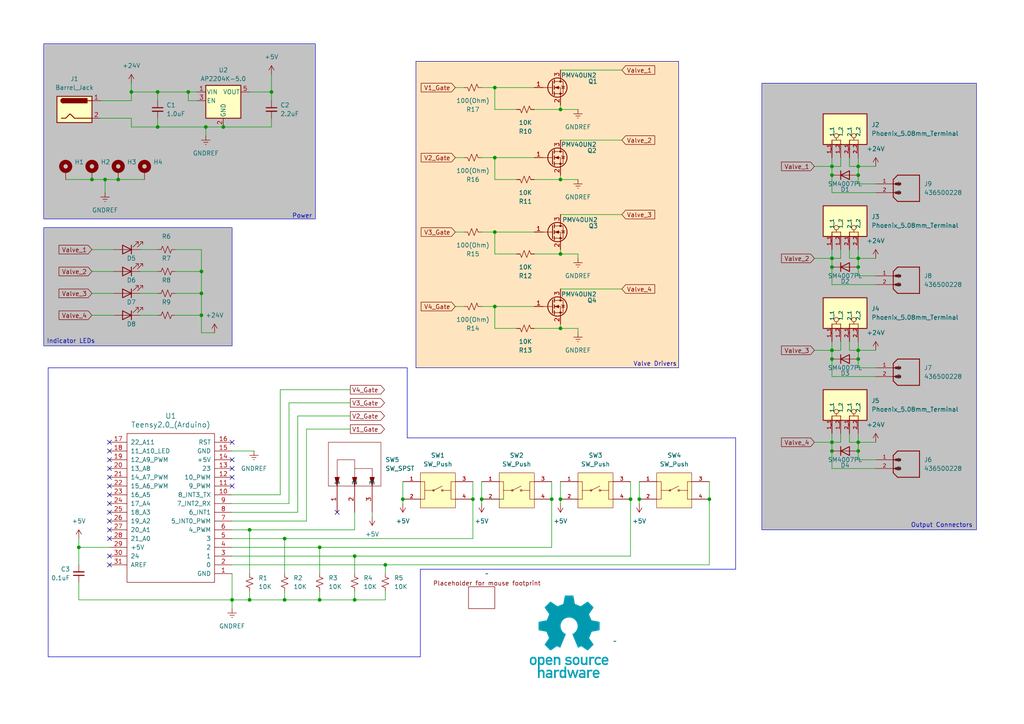
<source format=kicad_sch>
(kicad_sch (version 20231120) (generator "eeschema") (generator_version "8.0")
  (paper "A4")
  (title_block (title "Dewan Lab Valve Tester") (date "2024-07-08") (rev "v1.1a") (company "Austin Pauley, Florida State University"))
  (lib_symbols
    (symbol "Connector:Barrel_Jack" (pin_names (offset 1.016))
      (property "Reference" "J" (at 0 5.334 0))
      (property "Value" "Barrel_Jack" (at 0 -5.08 0))
      (symbol "Barrel_Jack_1_1"
        (pin passive line (at 7.62 2.54 180) (length 2.54) (name "~") (number "1"))
        (pin passive line (at 7.62 -2.54 180) (length 2.54) (name "~") (number "2"))
      )
    )
    (symbol "Device:C_Small" (pin_numbers hide) (pin_names (offset 0.254) hide)
      (property "Reference" "C" (at 0.254 1.778 0))
      (property "Value" "C_Small" (at 0.254 -2.032 0))
      (symbol "C_Small_1_1"
        (pin passive line (at 0 2.54 270) (length 2.032) (name "~") (number "1"))
        (pin passive line (at 0 -2.54 90) (length 2.032) (name "~") (number "2"))
      )
    )
    (symbol "Device:LED" (pin_numbers hide) (pin_names (offset 1.016) hide)
      (property "Reference" "D" (at 0 2.54 0))
      (property "Value" "LED" (at 0 -2.54 0))
      (symbol "LED_1_1"
        (pin passive line (at -3.81 0 0) (length 2.54) (name "K") (number "1"))
        (pin passive line (at 3.81 0 180) (length 2.54) (name "A") (number "2"))
      )
    )
    (symbol "Device:R_Small_US" (pin_numbers hide) (pin_names (offset 0.254) hide)
      (property "Reference" "R" (at 0.762 0.508 0))
      (property "Value" "R_Small_US" (at 0.762 -1.016 0))
      (symbol "R_Small_US_1_1"
        (pin passive line (at 0 2.54 270) (length 1.016) (name "~") (number "1"))
        (pin passive line (at 0 -2.54 90) (length 1.016) (name "~") (number "2"))
      )
    )
    (symbol "Diode:1N4007" (pin_numbers hide) (pin_names hide)
      (property "Reference" "D" (at 0 2.54 0))
      (property "Value" "1N4007" (at 0 -2.54 0))
      (symbol "1N4007_1_1"
        (pin passive line (at -3.81 0 0) (length 2.54) (name "K") (number "1"))
        (pin passive line (at 3.81 0 180) (length 2.54) (name "A") (number "2"))
      )
    )
    (symbol "GNDREF_1" (power) (pin_numbers hide) (pin_names (offset 0) hide)
      (property "Value" "GNDREF" (at 0 -3.81 0))
      (symbol "GNDREF_1_1_1"
        (pin power_in line (at 0 0 270) (length 0) (name "~") (number "1"))
      )
    )
    (symbol "Mechanical:MountingHole_Pad" (pin_numbers hide) (pin_names (offset 1.016) hide) (exclude_from_sim yes) (in_bom no)
      (property "Reference" "H" (at 0 6.35 0))
      (property "Value" "MountingHole_Pad" (at 0 4.445 0))
      (symbol "MountingHole_Pad_1_1"
        (pin input line (at 0 -2.54 90) (length 2.54) (name "1") (number "1"))
      )
    )
    (symbol "Project_libary:1017503" (pin_names (offset 1.016))
      (property "Reference" "J" (at -2.54 6.35 0))
      (property "Value" "Phoenix_5.08mm_Terminal" (at -2.54 -10.16 0))
      (symbol "1017503_0_0"
        (pin passive line (at -7.62 2.54 0) (length 5.08) (name "1_1") (number "1_1"))
        (pin passive line (at -7.62 0 0) (length 5.08) (name "1_2") (number "1_2"))
        (pin passive line (at -7.62 -2.54 0) (length 5.08) (name "2_1") (number "2_1"))
        (pin passive line (at -7.62 -5.08 0) (length 5.08) (name "2_2") (number "2_2"))
      )
    )
    (symbol "Project_libary:1825910-6" (pin_names (offset 1.016))
      (property "Reference" "SW" (at -5.0897 5.8532 0))
      (property "Value" "1825910-6" (at -5.0883 -7.6325 0))
      (symbol "1825910-6_0_0"
        (pin passive line (at -10.16 2.54 0) (length 5.08) (name "~") (number "1"))
        (pin passive line (at -10.16 -2.54 0) (length 5.08) (name "~") (number "2"))
        (pin passive line (at 10.16 2.54 180) (length 5.08) (name "~") (number "3"))
        (pin passive line (at 10.16 -2.54 180) (length 5.08) (name "~") (number "4"))
      )
    )
    (symbol "Project_libary:436500228" (pin_names (offset 1.016))
      (property "Reference" "J" (at 0 3.81 0))
      (property "Value" "436500228" (at 0 -7.62 0))
      (symbol "436500228_0_0"
        (pin passive line (at -5.08 0 0) (length 5.08) (name "1") (number "1"))
        (pin passive line (at -5.08 -2.54 0) (length 5.08) (name "2") (number "2"))
      )
    )
    (symbol "Project_libary:Mouse" (in_bom no)
      (property "Reference" "Mouse" (at 0 0 0))
      (symbol "Mouse_1_1"
        (text "Placeholder for mouse footprint" (at 1.524 2.286 0) (effects (font (size 1.27 1.27))))
      )
    )
    (symbol "Project_libary:OSHW_Logo"
      (property "Reference" "U" (at -5.588 4.064 0))
    )
    (symbol "Project_libary:PMV40UN2" (pin_names hide)
      (property "Reference" "Q" (at 5.08 1.905 0))
      (property "Value" "PMV40UN2" (at 5.08 0 0))
      (symbol "PMV40UN2_1_1"
        (pin input line (at -5.08 0 0) (length 2.54) (name "Gate") (number "1"))
        (pin passive line (at 2.54 -5.08 90) (length 2.54) (name "Source") (number "2"))
        (pin passive line (at 2.54 5.08 270) (length 2.54) (name "Drain") (number "3"))
      )
    )
    (symbol "Project_libary:SS12D07VG4NSGAPA" (pin_names (offset 0.254))
      (property "Reference" "SW" (at 15.24 7.62 0))
      (property "Value" "SS12D07VG4NSGAPA" (at 20.32 5.08 0))
      (symbol "SS12D07VG4NSGAPA_0_1"
        (pin unspecified line (at 0 0 0) (length 7.62) (name "1") (number "1"))
        (pin unspecified line (at 0 -5.08 0) (length 7.62) (name "2") (number "2"))
        (pin unspecified line (at 0 -10.16 0) (length 7.62) (name "3") (number "3"))
      )
    )
    (symbol "Regulator_Linear:AP2204K-5.0" (pin_names (offset 0.254))
      (property "Reference" "U" (at -5.08 5.715 0))
      (property "Value" "AP2204K-5.0" (at 0 5.715 0))
      (symbol "AP2204K-5.0_1_1"
        (pin power_in line (at -7.62 2.54 0) (length 2.54) (name "VIN") (number "1"))
        (pin power_in line (at 0 -7.62 90) (length 2.54) (name "GND") (number "2"))
        (pin input line (at -7.62 0 0) (length 2.54) (name "EN") (number "3"))
        (pin no_connect line (at 5.08 0 180) (length 2.54) hide (name "NC") (number "4"))
        (pin power_out line (at 7.62 2.54 180) (length 2.54) (name "VOUT") (number "5"))
      )
    )
    (symbol "Teensy:Teensy2.0_(Arduino)" (pin_names (offset 1.016))
      (property "Reference" "U" (at 0 24.13 0))
      (property "Value" "Teensy2.0_(Arduino)" (at 0 -24.13 0))
      (symbol "Teensy2.0_(Arduino)_1_1"
        (pin power_in line (at -17.78 19.05 0) (length 5.08) (name "GND") (number "1"))
        (pin bidirectional line (at -17.78 -3.81 0) (length 5.08) (name "8_INT3_TX") (number "10"))
        (pin bidirectional line (at -17.78 -6.35 0) (length 5.08) (name "9_PWM") (number "11"))
        (pin bidirectional line (at -17.78 -8.89 0) (length 5.08) (name "10_PWM") (number "12"))
        (pin bidirectional line (at -17.78 -11.43 0) (length 5.08) (name "23") (number "13"))
        (pin power_in line (at -17.78 -13.97 0) (length 5.08) (name "+5V") (number "14"))
        (pin power_in line (at -17.78 -16.51 0) (length 5.08) (name "GND") (number "15"))
        (pin input line (at -17.78 -19.05 0) (length 5.08) (name "RST") (number "16"))
        (pin bidirectional line (at 17.78 -19.05 180) (length 5.08) (name "22_A11") (number "17"))
        (pin bidirectional line (at 17.78 -16.51 180) (length 5.08) (name "11_A10_LED") (number "18"))
        (pin bidirectional line (at 17.78 -13.97 180) (length 5.08) (name "12_A9_PWM") (number "19"))
        (pin bidirectional line (at -17.78 16.51 0) (length 5.08) (name "0") (number "2"))
        (pin bidirectional line (at 17.78 -11.43 180) (length 5.08) (name "13_A8") (number "20"))
        (pin bidirectional line (at 17.78 -8.89 180) (length 5.08) (name "14_A7_PWM") (number "21"))
        (pin bidirectional line (at 17.78 -6.35 180) (length 5.08) (name "15_A6_PWM") (number "22"))
        (pin bidirectional line (at 17.78 -3.81 180) (length 5.08) (name "16_A5") (number "23"))
        (pin bidirectional line (at 17.78 -1.27 180) (length 5.08) (name "17_A4") (number "24"))
        (pin bidirectional line (at 17.78 1.27 180) (length 5.08) (name "18_A3") (number "25"))
        (pin bidirectional line (at 17.78 3.81 180) (length 5.08) (name "19_A2") (number "26"))
        (pin bidirectional line (at 17.78 6.35 180) (length 5.08) (name "20_A1") (number "27"))
        (pin bidirectional line (at 17.78 8.89 180) (length 5.08) (name "21_A0") (number "28"))
        (pin power_in line (at 17.78 11.43 180) (length 5.08) (name "+5V") (number "29"))
        (pin bidirectional line (at -17.78 13.97 0) (length 5.08) (name "1") (number "3"))
        (pin bidirectional line (at 17.78 13.97 180) (length 5.08) (name "24") (number "30"))
        (pin input line (at 17.78 16.51 180) (length 5.08) (name "AREF") (number "31"))
        (pin bidirectional line (at -17.78 11.43 0) (length 5.08) (name "2") (number "4"))
        (pin bidirectional line (at -17.78 8.89 0) (length 5.08) (name "3") (number "5"))
        (pin bidirectional line (at -17.78 6.35 0) (length 5.08) (name "4_PWM") (number "6"))
        (pin bidirectional line (at -17.78 3.81 0) (length 5.08) (name "5_INT0_PWM") (number "7"))
        (pin bidirectional line (at -17.78 1.27 0) (length 5.08) (name "6_INT1") (number "8"))
        (pin bidirectional line (at -17.78 -1.27 0) (length 5.08) (name "7_INT2_RX") (number "9"))
      )
    )
    (symbol "power:+24V" (power) (pin_names (offset 0))
      (property "Value" "+24V" (at 0 3.556 0))
      (symbol "+24V_1_1"
        (pin power_in line (at 0 0 90) (length 0) hide (name "+24V") (number "1"))
      )
    )
    (symbol "power:+5V" (power) (pin_names (offset 0))
      (property "Value" "+5V" (at 0 3.556 0))
      (symbol "+5V_1_1"
        (pin power_in line (at 0 0 90) (length 0) hide (name "+5V") (number "1"))
      )
    )
    (symbol "power:GNDREF" (power) (pin_names (offset 0))
      (property "Value" "GNDREF" (at 0 -3.81 0))
      (symbol "GNDREF_1_1"
        (pin power_in line (at 0 0 270) (length 0) hide (name "GNDREF") (number "1"))
      )
    )
  )
  (junction (at 143.51 45.72))
  (junction (at 241.3 128.27))
  (junction (at 162.56 73.66))
  (junction (at 137.16 144.78))
  (junction (at 78.74 26.67))
  (junction (at 241.3 77.47))
  (junction (at 143.51 67.31))
  (junction (at 92.71 158.75))
  (junction (at 241.3 101.6))
  (junction (at 30.48 52.07))
  (junction (at 162.56 144.78))
  (junction (at 58.42 85.09))
  (junction (at 248.92 104.14))
  (junction (at 162.56 31.75))
  (junction (at 72.39 173.99))
  (junction (at 182.88 144.78))
  (junction (at 162.56 52.07))
  (junction (at 67.31 173.99))
  (junction (at 248.92 50.8))
  (junction (at 143.51 25.4))
  (junction (at 82.55 156.21))
  (junction (at 241.3 50.8))
  (junction (at 45.72 36.83))
  (junction (at 22.86 158.75))
  (junction (at 72.39 153.67))
  (junction (at 241.3 130.81))
  (junction (at 38.1 26.67))
  (junction (at 58.42 91.44))
  (junction (at 116.84 144.78))
  (junction (at 205.74 144.78))
  (junction (at 139.7 144.78))
  (junction (at 248.92 128.27))
  (junction (at 92.71 173.99))
  (junction (at 111.76 163.83))
  (junction (at 82.55 173.99))
  (junction (at 160.02 144.78))
  (junction (at 102.87 161.29))
  (junction (at 58.42 78.74))
  (junction (at 248.92 77.47))
  (junction (at 185.42 144.78))
  (junction (at 162.56 95.25))
  (junction (at 248.92 130.81))
  (junction (at 64.77 36.83))
  (junction (at 143.51 88.9))
  (junction (at 34.29 52.07))
  (junction (at 45.72 26.67))
  (junction (at 59.69 36.83))
  (junction (at 241.3 48.26))
  (junction (at 54.61 26.67))
  (junction (at 241.3 104.14))
  (junction (at 241.3 74.93))
  (junction (at 248.92 74.93))
  (junction (at 248.92 101.6))
  (junction (at 26.67 52.07))
  (junction (at 248.92 48.26))
  (junction (at 102.87 173.99))
  (no_connect (at 31.75 148.59))
  (no_connect (at 67.31 140.97))
  (no_connect (at 31.75 146.05))
  (no_connect (at 31.75 128.27))
  (no_connect (at 67.31 128.27))
  (no_connect (at 31.75 153.67))
  (no_connect (at 31.75 163.83))
  (no_connect (at 31.75 143.51))
  (no_connect (at 31.75 156.21))
  (no_connect (at 67.31 135.89))
  (no_connect (at 31.75 135.89))
  (no_connect (at 97.79 148.59))
  (no_connect (at 67.31 138.43))
  (no_connect (at 67.31 133.35))
  (no_connect (at 31.75 130.81))
  (no_connect (at 31.75 161.29))
  (no_connect (at 31.75 140.97))
  (no_connect (at 31.75 133.35))
  (no_connect (at 31.75 151.13))
  (no_connect (at 31.75 138.43))
  (wire (pts (xy 22.86 156.21) (xy 22.86 158.75)))
  (polyline (pts (xy 13.97 177.8) (xy 13.97 190.5)))
  (wire (pts (xy 82.55 156.21) (xy 82.55 166.37)))
  (wire (pts (xy 67.31 161.29) (xy 102.87 161.29)))
  (wire (pts (xy 102.87 171.45) (xy 102.87 173.99)))
  (wire (pts (xy 143.51 45.72) (xy 143.51 52.07)))
  (wire (pts (xy 236.22 74.93) (xy 241.3 74.93)))
  (wire (pts (xy 58.42 85.09) (xy 58.42 91.44)))
  (wire (pts (xy 241.3 130.81) (xy 241.3 135.89)))
  (wire (pts (xy 248.92 101.6) (xy 246.38 101.6)))
  (wire (pts (xy 132.08 88.9) (xy 134.62 88.9)))
  (wire (pts (xy 139.7 45.72) (xy 143.51 45.72)))
  (wire (pts (xy 167.64 73.66) (xy 167.64 74.93)))
  (wire (pts (xy 160.02 144.78) (xy 160.02 158.75)))
  (wire (pts (xy 58.42 91.44) (xy 58.42 96.52)))
  (wire (pts (xy 57.15 29.21) (xy 54.61 29.21)))
  (wire (pts (xy 143.51 88.9) (xy 154.94 88.9)))
  (wire (pts (xy 162.56 83.82) (xy 180.34 83.82)))
  (wire (pts (xy 54.61 26.67) (xy 57.15 26.67)))
  (wire (pts (xy 59.69 39.37) (xy 59.69 36.83)))
  (wire (pts (xy 38.1 26.67) (xy 45.72 26.67)))
  (wire (pts (xy 132.08 25.4) (xy 134.62 25.4)))
  (wire (pts (xy 241.3 55.88) (xy 254 55.88)))
  (wire (pts (xy 162.56 62.23) (xy 180.34 62.23)))
  (wire (pts (xy 162.56 31.75) (xy 162.56 30.48)))
  (wire (pts (xy 92.71 158.75) (xy 92.71 166.37)))
  (wire (pts (xy 72.39 153.67) (xy 102.87 153.67)))
  (wire (pts (xy 50.8 78.74) (xy 58.42 78.74)))
  (wire (pts (xy 67.31 143.51) (xy 81.28 143.51)))
  (wire (pts (xy 102.87 161.29) (xy 102.87 166.37)))
  (wire (pts (xy 162.56 50.8) (xy 162.56 52.07)))
  (wire (pts (xy 236.22 101.6) (xy 241.3 101.6)))
  (wire (pts (xy 29.21 29.21) (xy 38.1 29.21)))
  (wire (pts (xy 248.92 74.93) (xy 254 74.93)))
  (wire (pts (xy 58.42 72.39) (xy 58.42 78.74)))
  (wire (pts (xy 185.42 139.7) (xy 185.42 144.78)))
  (wire (pts (xy 154.94 73.66) (xy 162.56 73.66)))
  (wire (pts (xy 38.1 29.21) (xy 38.1 26.67)))
  (wire (pts (xy 143.51 67.31) (xy 154.94 67.31)))
  (wire (pts (xy 236.22 128.27) (xy 241.3 128.27)))
  (wire (pts (xy 241.3 45.72) (xy 241.3 48.26)))
  (wire (pts (xy 241.3 99.06) (xy 241.3 101.6)))
  (wire (pts (xy 248.92 50.8) (xy 248.92 53.34)))
  (wire (pts (xy 182.88 161.29) (xy 182.88 144.78)))
  (wire (pts (xy 30.48 52.07) (xy 34.29 52.07)))
  (wire (pts (xy 241.3 48.26) (xy 241.3 50.8)))
  (wire (pts (xy 29.21 34.29) (xy 38.1 34.29)))
  (wire (pts (xy 67.31 153.67) (xy 72.39 153.67)))
  (wire (pts (xy 248.92 101.6) (xy 254 101.6)))
  (wire (pts (xy 248.92 74.93) (xy 246.38 74.93)))
  (wire (pts (xy 67.31 158.75) (xy 92.71 158.75)))
  (wire (pts (xy 143.51 31.75) (xy 149.86 31.75)))
  (wire (pts (xy 107.95 148.59) (xy 107.95 149.86)))
  (wire (pts (xy 50.8 91.44) (xy 58.42 91.44)))
  (wire (pts (xy 139.7 67.31) (xy 143.51 67.31)))
  (wire (pts (xy 162.56 144.78) (xy 162.56 146.05)))
  (wire (pts (xy 243.84 101.6) (xy 241.3 101.6)))
  (polyline (pts (xy 118.11 127) (xy 213.36 127)))
  (wire (pts (xy 45.72 29.21) (xy 45.72 26.67)))
  (wire (pts (xy 67.31 166.37) (xy 67.31 173.99)))
  (wire (pts (xy 248.92 45.72) (xy 248.92 48.26)))
  (wire (pts (xy 26.67 91.44) (xy 33.02 91.44)))
  (wire (pts (xy 45.72 26.67) (xy 54.61 26.67)))
  (wire (pts (xy 82.55 156.21) (xy 137.16 156.21)))
  (polyline (pts (xy 213.36 165.1) (xy 121.92 165.1)))
  (wire (pts (xy 241.3 77.47) (xy 241.3 82.55)))
  (wire (pts (xy 22.86 173.99) (xy 67.31 173.99)))
  (wire (pts (xy 40.64 72.39) (xy 45.72 72.39)))
  (wire (pts (xy 248.92 80.01) (xy 254 80.01)))
  (wire (pts (xy 116.84 144.78) (xy 116.84 146.05)))
  (wire (pts (xy 248.92 48.26) (xy 246.38 48.26)))
  (wire (pts (xy 248.92 128.27) (xy 248.92 130.81)))
  (wire (pts (xy 45.72 36.83) (xy 38.1 36.83)))
  (wire (pts (xy 160.02 139.7) (xy 160.02 144.78)))
  (wire (pts (xy 81.28 143.51) (xy 81.28 113.03)))
  (wire (pts (xy 26.67 85.09) (xy 33.02 85.09)))
  (wire (pts (xy 67.31 173.99) (xy 67.31 176.53)))
  (wire (pts (xy 83.82 116.84) (xy 83.82 146.05)))
  (wire (pts (xy 154.94 31.75) (xy 162.56 31.75)))
  (wire (pts (xy 22.86 163.83) (xy 22.86 158.75)))
  (wire (pts (xy 241.3 82.55) (xy 254 82.55)))
  (wire (pts (xy 205.74 139.7) (xy 205.74 144.78)))
  (wire (pts (xy 64.77 36.83) (xy 59.69 36.83)))
  (wire (pts (xy 67.31 148.59) (xy 86.36 148.59)))
  (wire (pts (xy 243.84 72.39) (xy 243.84 74.93)))
  (wire (pts (xy 139.7 25.4) (xy 143.51 25.4)))
  (wire (pts (xy 241.3 74.93) (xy 241.3 77.47)))
  (wire (pts (xy 243.84 99.06) (xy 243.84 101.6)))
  (wire (pts (xy 162.56 40.64) (xy 180.34 40.64)))
  (wire (pts (xy 241.3 135.89) (xy 254 135.89)))
  (wire (pts (xy 26.67 52.07) (xy 30.48 52.07)))
  (wire (pts (xy 139.7 139.7) (xy 139.7 144.78)))
  (wire (pts (xy 243.84 128.27) (xy 241.3 128.27)))
  (wire (pts (xy 92.71 171.45) (xy 92.71 173.99)))
  (wire (pts (xy 22.86 168.91) (xy 22.86 173.99)))
  (wire (pts (xy 139.7 88.9) (xy 143.51 88.9)))
  (wire (pts (xy 246.38 72.39) (xy 246.38 74.93)))
  (wire (pts (xy 139.7 144.78) (xy 139.7 146.05)))
  (wire (pts (xy 248.92 106.68) (xy 254 106.68)))
  (wire (pts (xy 88.9 151.13) (xy 88.9 124.46)))
  (wire (pts (xy 45.72 34.29) (xy 45.72 36.83)))
  (wire (pts (xy 167.64 73.66) (xy 162.56 73.66)))
  (wire (pts (xy 40.64 91.44) (xy 45.72 91.44)))
  (wire (pts (xy 248.92 74.93) (xy 248.92 77.47)))
  (wire (pts (xy 248.92 130.81) (xy 248.92 133.35)))
  (wire (pts (xy 167.64 95.25) (xy 162.56 95.25)))
  (wire (pts (xy 92.71 158.75) (xy 160.02 158.75)))
  (wire (pts (xy 162.56 139.7) (xy 162.56 144.78)))
  (wire (pts (xy 243.84 48.26) (xy 241.3 48.26)))
  (wire (pts (xy 154.94 52.07) (xy 162.56 52.07)))
  (wire (pts (xy 102.87 148.59) (xy 102.87 153.67)))
  (wire (pts (xy 241.3 104.14) (xy 241.3 109.22)))
  (wire (pts (xy 78.74 29.21) (xy 78.74 26.67)))
  (polyline (pts (xy 118.11 106.68) (xy 118.11 127)))
  (wire (pts (xy 78.74 21.59) (xy 78.74 26.67)))
  (wire (pts (xy 132.08 67.31) (xy 134.62 67.31)))
  (wire (pts (xy 50.8 85.09) (xy 58.42 85.09)))
  (wire (pts (xy 86.36 148.59) (xy 86.36 120.65)))
  (wire (pts (xy 86.36 120.65) (xy 101.6 120.65)))
  (wire (pts (xy 50.8 72.39) (xy 58.42 72.39)))
  (wire (pts (xy 143.51 25.4) (xy 154.94 25.4)))
  (wire (pts (xy 248.92 128.27) (xy 254 128.27)))
  (wire (pts (xy 241.3 50.8) (xy 241.3 55.88)))
  (wire (pts (xy 72.39 153.67) (xy 72.39 166.37)))
  (wire (pts (xy 139.7 144.78) (xy 146.05 144.78)))
  (wire (pts (xy 34.29 52.07) (xy 41.91 52.07)))
  (wire (pts (xy 241.3 125.73) (xy 241.3 128.27)))
  (wire (pts (xy 137.16 139.7) (xy 137.16 144.78)))
  (wire (pts (xy 58.42 96.52) (xy 62.23 96.52)))
  (polyline (pts (xy 13.97 177.8) (xy 13.97 106.68)))
  (wire (pts (xy 143.51 25.4) (xy 143.51 31.75)))
  (wire (pts (xy 38.1 24.13) (xy 38.1 26.67)))
  (wire (pts (xy 246.38 125.73) (xy 246.38 128.27)))
  (wire (pts (xy 38.1 36.83) (xy 38.1 34.29)))
  (wire (pts (xy 78.74 26.67) (xy 72.39 26.67)))
  (wire (pts (xy 67.31 156.21) (xy 82.55 156.21)))
  (wire (pts (xy 88.9 124.46) (xy 101.6 124.46)))
  (wire (pts (xy 167.64 95.25) (xy 167.64 96.52)))
  (wire (pts (xy 102.87 161.29) (xy 182.88 161.29)))
  (wire (pts (xy 248.92 125.73) (xy 248.92 128.27)))
  (wire (pts (xy 54.61 29.21) (xy 54.61 26.67)))
  (wire (pts (xy 67.31 163.83) (xy 111.76 163.83)))
  (wire (pts (xy 162.56 95.25) (xy 162.56 93.98)))
  (wire (pts (xy 82.55 173.99) (xy 92.71 173.99)))
  (wire (pts (xy 167.64 31.75) (xy 162.56 31.75)))
  (wire (pts (xy 111.76 171.45) (xy 111.76 173.99)))
  (wire (pts (xy 143.51 67.31) (xy 143.51 73.66)))
  (polyline (pts (xy 13.97 106.68) (xy 118.11 106.68)))
  (wire (pts (xy 72.39 173.99) (xy 82.55 173.99)))
  (wire (pts (xy 241.3 72.39) (xy 241.3 74.93)))
  (wire (pts (xy 67.31 130.81) (xy 73.66 130.81)))
  (wire (pts (xy 67.31 146.05) (xy 83.82 146.05)))
  (wire (pts (xy 248.92 128.27) (xy 246.38 128.27)))
  (wire (pts (xy 182.88 139.7) (xy 182.88 144.78)))
  (wire (pts (xy 246.38 45.72) (xy 246.38 48.26)))
  (wire (pts (xy 72.39 171.45) (xy 72.39 173.99)))
  (wire (pts (xy 185.42 144.78) (xy 185.42 146.05)))
  (wire (pts (xy 58.42 78.74) (xy 58.42 85.09)))
  (wire (pts (xy 78.74 36.83) (xy 64.77 36.83)))
  (wire (pts (xy 102.87 173.99) (xy 111.76 173.99)))
  (wire (pts (xy 162.56 73.66) (xy 162.56 72.39)))
  (wire (pts (xy 67.31 173.99) (xy 72.39 173.99)))
  (wire (pts (xy 143.51 73.66) (xy 149.86 73.66)))
  (wire (pts (xy 137.16 156.21) (xy 137.16 144.78)))
  (wire (pts (xy 248.92 48.26) (xy 248.92 50.8)))
  (wire (pts (xy 167.64 52.07) (xy 162.56 52.07)))
  (wire (pts (xy 81.28 113.03) (xy 101.6 113.03)))
  (wire (pts (xy 67.31 151.13) (xy 88.9 151.13)))
  (wire (pts (xy 243.84 125.73) (xy 243.84 128.27)))
  (polyline (pts (xy 121.92 190.5) (xy 13.97 190.5)))
  (wire (pts (xy 248.92 104.14) (xy 248.92 106.68)))
  (wire (pts (xy 83.82 116.84) (xy 101.6 116.84)))
  (wire (pts (xy 248.92 133.35) (xy 254 133.35)))
  (wire (pts (xy 59.69 36.83) (xy 45.72 36.83)))
  (wire (pts (xy 243.84 74.93) (xy 241.3 74.93)))
  (wire (pts (xy 30.48 52.07) (xy 30.48 55.88)))
  (wire (pts (xy 205.74 144.78) (xy 205.74 163.83)))
  (wire (pts (xy 82.55 171.45) (xy 82.55 173.99)))
  (wire (pts (xy 143.51 45.72) (xy 154.94 45.72)))
  (wire (pts (xy 26.67 78.74) (xy 33.02 78.74)))
  (wire (pts (xy 26.67 72.39) (xy 33.02 72.39)))
  (polyline (pts (xy 213.36 127) (xy 213.36 165.1)))
  (wire (pts (xy 154.94 95.25) (xy 162.56 95.25)))
  (wire (pts (xy 248.92 101.6) (xy 248.92 104.14)))
  (wire (pts (xy 241.3 128.27) (xy 241.3 130.81)))
  (wire (pts (xy 111.76 163.83) (xy 205.74 163.83)))
  (wire (pts (xy 40.64 85.09) (xy 45.72 85.09)))
  (wire (pts (xy 248.92 77.47) (xy 248.92 80.01)))
  (wire (pts (xy 248.92 48.26) (xy 254 48.26)))
  (wire (pts (xy 40.64 78.74) (xy 45.72 78.74)))
  (wire (pts (xy 116.84 139.7) (xy 116.84 144.78)))
  (wire (pts (xy 143.51 95.25) (xy 149.86 95.25)))
  (wire (pts (xy 243.84 45.72) (xy 243.84 48.26)))
  (wire (pts (xy 241.3 101.6) (xy 241.3 104.14)))
  (wire (pts (xy 22.86 158.75) (xy 31.75 158.75)))
  (wire (pts (xy 143.51 52.07) (xy 149.86 52.07)))
  (wire (pts (xy 248.92 72.39) (xy 248.92 74.93)))
  (wire (pts (xy 92.71 173.99) (xy 102.87 173.99)))
  (wire (pts (xy 241.3 109.22) (xy 254 109.22)))
  (wire (pts (xy 236.22 48.26) (xy 241.3 48.26)))
  (wire (pts (xy 143.51 88.9) (xy 143.51 95.25)))
  (wire (pts (xy 132.08 45.72) (xy 134.62 45.72)))
  (wire (pts (xy 19.05 52.07) (xy 26.67 52.07)))
  (wire (pts (xy 248.92 99.06) (xy 248.92 101.6)))
  (wire (pts (xy 246.38 99.06) (xy 246.38 101.6)))
  (wire (pts (xy 111.76 166.37) (xy 111.76 163.83)))
  (wire (pts (xy 248.92 53.34) (xy 254 53.34)))
  (polyline (pts (xy 121.92 165.1) (xy 121.92 190.5)))
  (wire (pts (xy 162.56 20.32) (xy 180.34 20.32)))
  (wire (pts (xy 78.74 34.29) (xy 78.74 36.83)))
  (rectangle (start 220.98 24.13) (end 283.21 153.67) (fill (type color) (color 194 194 194 1)))
  (rectangle (start 12.7 66.04) (end 67.31 100.33) (fill (type color) (color 194 194 194 1)))
  (rectangle (start 120.65 17.78) (end 196.85 106.68) (fill (type color) (color 255 229 191 1)))
  (rectangle (start 12.7 12.7) (end 91.44 63.5) (fill (type color) (color 194 194 194 1)))
  (text "Valve Drivers\n" (at 189.992 105.664 0) (effects (font (size 1.27 1.27))))
  (text "Output Connectors" (at 264.16 153.162 0) (effects (font (size 1.27 1.27)) (justify left bottom)))
  (text "Indicator LEDs" (at 20.574 99.06 0) (effects (font (size 1.27 1.27))))
  (text "Power\n" (at 87.63 62.738 0) (effects (font (size 1.27 1.27))))
  (global_label "Valve_1" (shape input) (at 180.34 20.32 0) (property "Intersheetrefs" "${INTERSHEET_REFS}" (effects (hide yes))))
  (global_label "Valve_4" (shape input) (at 180.34 83.82 0) (property "Intersheetrefs" "${INTERSHEET_REFS}" (effects (hide yes))))
  (global_label "Valve_4" (shape input) (at 236.22 128.27 180) (property "Intersheetrefs" "${INTERSHEET_REFS}" (effects (hide yes))))
  (global_label "Valve_3" (shape input) (at 236.22 101.6 180) (property "Intersheetrefs" "${INTERSHEET_REFS}" (effects (hide yes))))
  (global_label "V3_Gate" (shape input) (at 132.08 67.31 180) (property "Intersheetrefs" "${INTERSHEET_REFS}" (effects (hide yes))))
  (global_label "Valve_2" (shape input) (at 26.67 78.74 180) (property "Intersheetrefs" "${INTERSHEET_REFS}" (effects (hide yes))))
  (global_label "Valve_3" (shape input) (at 26.67 85.09 180) (property "Intersheetrefs" "${INTERSHEET_REFS}" (effects (hide yes))))
  (global_label "V2_Gate" (shape output) (at 101.6 120.65 0) (property "Intersheetrefs" "${INTERSHEET_REFS}" (effects (hide yes))))
  (global_label "Valve_3" (shape input) (at 180.34 62.23 0) (property "Intersheetrefs" "${INTERSHEET_REFS}" (effects (hide yes))))
  (global_label "Valve_4" (shape input) (at 26.67 91.44 180) (property "Intersheetrefs" "${INTERSHEET_REFS}" (effects (hide yes))))
  (global_label "V2_Gate" (shape input) (at 132.08 45.72 180) (property "Intersheetrefs" "${INTERSHEET_REFS}" (effects (hide yes))))
  (global_label "V1_Gate" (shape output) (at 101.6 124.46 0) (property "Intersheetrefs" "${INTERSHEET_REFS}" (effects (hide yes))))
  (global_label "V4_Gate" (shape input) (at 132.08 88.9 180) (property "Intersheetrefs" "${INTERSHEET_REFS}" (effects (hide yes))))
  (global_label "Valve_1" (shape input) (at 236.22 48.26 180) (property "Intersheetrefs" "${INTERSHEET_REFS}" (effects (hide yes))))
  (global_label "Valve_2" (shape input) (at 180.34 40.64 0) (property "Intersheetrefs" "${INTERSHEET_REFS}" (effects (hide yes))))
  (global_label "Valve_1" (shape input) (at 26.67 72.39 180) (property "Intersheetrefs" "${INTERSHEET_REFS}" (effects (hide yes))))
  (global_label "V1_Gate" (shape input) (at 132.08 25.4 180) (property "Intersheetrefs" "${INTERSHEET_REFS}" (effects (hide yes))))
  (global_label "V4_Gate" (shape output) (at 101.6 113.03 0) (property "Intersheetrefs" "${INTERSHEET_REFS}" (effects (hide yes))))
  (global_label "Valve_2" (shape input) (at 236.22 74.93 180) (property "Intersheetrefs" "${INTERSHEET_REFS}" (effects (hide yes))))
  (global_label "V3_Gate" (shape output) (at 101.6 116.84 0) (property "Intersheetrefs" "${INTERSHEET_REFS}" (effects (hide yes))))
  (symbol (lib_id "Project_libary:1825910-6") (at 149.86 142.24 0) (unit 1)
    (property "Reference" "SW2" (at 149.86 132.08 0))
    (property "Value" "SW_Push" (at 149.86 134.62 0))
    (property "Footprint" "Library:SW_1825910-6-4" (effects (hide yes)))
    (property "PARTREV" "C10" (effects (hide yes)))
    (property "STANDARD" "Manufacturer Recommendations" (effects (hide yes)))
    (property "MANUFACTURER" "TE CONNECTIVITY" (effects (hide yes)))
  )
  (symbol (lib_id "Diode:1N4007") (at 245.11 50.8 0) (mirror x) (unit 1)
    (property "Reference" "D1" (at 245.121 54.9473 0))
    (property "Value" "SM4007PL" (at 245.11 53.34 0))
    (property "Footprint" "Diode_SMD:D_SOD-123F" (effects (hide yes)))
    (property "Datasheet" "http://www.vishay.com/docs/88503/1n4001.pdf" (effects (hide yes)))
    (property "Sim.Device" "D" (effects (hide yes)))
    (property "Sim.Pins" "1=K 2=A" (effects (hide yes)))
  )
  (symbol (lib_id "Project_libary:436500228") (at 259.08 80.01 0) (unit 1)
    (property "Reference" "J8" (at 267.97 80.01 0) (effects (justify left)))
    (property "Value" "436500228" (at 267.97 82.55 0) (effects (justify left)))
    (property "Footprint" "Library:MOLEX_436500228" (effects (hide yes)))
    (property "PARTREV" "F3" (effects (hide yes)))
    (property "STANDARD" "Manufacturer Recommendations" (effects (hide yes)))
    (property "MAXIMUM_PACKAGE_HEIGHT" "9.9 mm" (effects (hide yes)))
    (property "MANUFACTURER" "Molex" (effects (hide yes)))
  )
  (symbol (lib_id "power:+24V") (at 62.23 96.52 0) (unit 1)
    (property "Reference" "#PWR019" (effects (hide yes)))
    (property "Value" "+24V" (at 62.23 91.44 0))
  )
  (symbol (lib_id "Device:R_Small_US") (at 137.16 88.9 90) (mirror x) (unit 1)
    (property "Reference" "R14" (at 137.16 95.25 90))
    (property "Value" "100(Ohm)" (at 137.16 92.71 90))
    (property "Footprint" "Resistor_SMD:R_0402_1005Metric" (effects (hide yes)))
    (property "Description" "Resistor, small US symbol" (effects (hide yes)))
  )
  (symbol (lib_id "Device:R_Small_US") (at 152.4 73.66 90) (mirror x) (unit 1)
    (property "Reference" "R12" (at 152.4 80.01 90))
    (property "Value" "10K" (at 152.4 77.47 90))
    (property "Footprint" "Resistor_SMD:R_0402_1005Metric" (effects (hide yes)))
    (property "Description" "Resistor, small US symbol" (effects (hide yes)))
  )
  (symbol (lib_id "Device:R_Small_US") (at 102.87 168.91 0) (unit 1)
    (property "Reference" "R4" (at 105.41 167.64 0) (effects (justify left)))
    (property "Value" "10K" (at 105.41 170.18 0) (effects (justify left)))
    (property "Footprint" "Resistor_SMD:R_0402_1005Metric" (effects (hide yes)))
  )
  (symbol (lib_id "Device:LED") (at 36.83 85.09 180) (unit 1)
    (property "Reference" "D7" (at 38.1 87.63 0))
    (property "Value" "LED" (effects (hide yes)))
    (property "Footprint" "LED_SMD:LED_0603_1608Metric" (effects (hide yes)))
  )
  (symbol (lib_id "Device:R_Small_US") (at 152.4 31.75 90) (mirror x) (unit 1)
    (property "Reference" "R10" (at 152.4 38.1 90))
    (property "Value" "10K" (at 152.4 35.56 90))
    (property "Footprint" "Resistor_SMD:R_0402_1005Metric" (effects (hide yes)))
    (property "Description" "Resistor, small US symbol" (effects (hide yes)))
  )
  (symbol (lib_id "Mechanical:MountingHole_Pad") (at 34.29 49.53 0) (unit 1) (exclude_from_sim yes) (in_bom no)
    (property "Reference" "H3" (at 36.83 46.9899 0) (effects (justify left)))
    (property "Value" "MountingHole_Pad" (effects (hide yes)))
    (property "Footprint" "MountingHole:MountingHole_2.7mm_M2.5_DIN965_Pad_TopBottom" (effects (hide yes)))
    (property "Description" "Mounting Hole with connection" (effects (hide yes)))
  )
  (symbol (lib_id "Device:C_Small") (at 45.72 31.75 0) (unit 1)
    (property "Reference" "C1" (at 48.26 30.4863 0) (effects (justify left)))
    (property "Value" "1.0uF" (at 48.26 33.0263 0) (effects (justify left)))
    (property "Footprint" "Capacitor_SMD:C_0805_2012Metric" (effects (hide yes)))
  )
  (symbol (lib_id "Device:LED") (at 36.83 78.74 180) (unit 1)
    (property "Reference" "D6" (at 38.1 81.28 0))
    (property "Value" "LED" (effects (hide yes)))
    (property "Footprint" "LED_SMD:LED_0603_1608Metric" (effects (hide yes)))
  )
  (symbol (lib_id "Project_libary:1017503") (at 243.84 64.77 90) (unit 1)
    (property "Reference" "J3" (at 252.73 62.865 90) (effects (justify right)))
    (property "Value" "Phoenix_5.08mm_Terminal" (at 252.73 65.405 90) (effects (justify right)))
    (property "Footprint" "Library:PHOENIX_1017503" (effects (hide yes)))
    (property "Datasheet" "https://mm.digikey.com/Volume0/opasdata/d220001/medias/docus/896/1017503_Ds.pdf?_gl=1*zwbxyf*_up*MQ..&gclid=CjwKCAjw-O6zBhASEiwAOHeGxVQdLbbjb-wIFZnKKkEmNWSS6m8tq8QVSsYFEDsZocwMvC-tzdhOsBoCHkwQAvD_BwE" (effects (hide yes)))
    (property "PARTREV" "22.12.2017" (effects (hide yes)))
    (property "MANUFACTURER" "Phoenix Contact" (effects (hide yes)))
    (property "MAXIMUM_PACKAGE_HEIGHT" "19.2mm" (effects (hide yes)))
    (property "STANDARD" "Manufacturer Recommendations" (effects (hide yes)))
  )
  (symbol (lib_id "Device:R_Small_US") (at 48.26 72.39 90) (unit 1)
    (property "Reference" "R6" (at 48.26 68.58 90))
    (property "Value" "1K" (effects (hide yes)))
    (property "Footprint" "Resistor_SMD:R_0402_1005Metric" (effects (hide yes)))
  )
  (symbol (lib_id "power:GNDREF") (at 167.64 31.75 0) (unit 1)
    (property "Reference" "#PWR07" (effects (hide yes)))
    (property "Value" "GNDREF" (at 167.64 36.83 0))
  )
  (symbol (lib_name "GNDREF_1") (lib_id "power:GNDREF") (at 30.48 55.88 0) (unit 1)
    (property "Reference" "#PWR021" (effects (hide yes)))
    (property "Value" "GNDREF" (at 30.48 60.96 0))
    (property "Description" "Power symbol creates a global label with name \"GNDREF\" , reference supply ground" (effects (hide yes)))
  )
  (symbol (lib_id "Device:R_Small_US") (at 48.26 91.44 90) (unit 1)
    (property "Reference" "R9" (at 48.26 87.63 90))
    (property "Value" "1K" (effects (hide yes)))
    (property "Footprint" "Resistor_SMD:R_0402_1005Metric" (effects (hide yes)))
  )
  (symbol (lib_id "power:GNDREF") (at 67.31 176.53 0) (unit 1)
    (property "Reference" "#PWR017" (effects (hide yes)))
    (property "Value" "GNDREF" (at 67.31 181.61 0))
  )
  (symbol (lib_id "power:GNDREF") (at 167.64 52.07 0) (unit 1)
    (property "Reference" "#PWR06" (effects (hide yes)))
    (property "Value" "GNDREF" (at 167.64 57.15 0))
  )
  (symbol (lib_id "Device:LED") (at 36.83 91.44 180) (unit 1)
    (property "Reference" "D8" (at 38.1 93.98 0))
    (property "Value" "LED" (effects (hide yes)))
    (property "Footprint" "LED_SMD:LED_0603_1608Metric" (effects (hide yes)))
  )
  (symbol (lib_id "Project_libary:PMV40UN2") (at 160.02 88.9 0) (unit 1)
    (property "Reference" "Q4" (at 171.704 87.122 0))
    (property "Value" "PMV40UN2" (at 167.894 85.344 0))
    (property "Footprint" "Package_TO_SOT_SMD:SOT-23" (effects (hide yes)))
    (property "Datasheet" "https://assets.nexperia.com/documents/data-sheet/PMV40UN2.pdf" (effects (hide yes)))
    (property "Description" "4.4A Id, 30V Vds, N-Channel MOSFET, SOT-23" (effects (hide yes)))
  )
  (symbol (lib_id "Project_libary:Mouse") (at 139.7 171.45 0) (unit 1) (in_bom no)
    (property "Reference" "Mouse1" (effects (hide yes)))
    (property "Value" "~" (at 141.224 166.37 0))
    (property "Footprint" "Library:mouse_copper_25mm_15mm" (effects (hide yes)))
  )
  (symbol (lib_id "power:+24V") (at 254 74.93 0) (unit 1)
    (property "Reference" "#PWR010" (effects (hide yes)))
    (property "Value" "+24V" (at 254 69.85 0))
  )
  (symbol (lib_id "Project_libary:436500228") (at 259.08 133.35 0) (unit 1)
    (property "Reference" "J6" (at 267.97 133.35 0) (effects (justify left)))
    (property "Value" "436500228" (at 267.97 135.89 0) (effects (justify left)))
    (property "Footprint" "Library:MOLEX_436500228" (effects (hide yes)))
    (property "PARTREV" "F3" (effects (hide yes)))
    (property "STANDARD" "Manufacturer Recommendations" (effects (hide yes)))
    (property "MAXIMUM_PACKAGE_HEIGHT" "9.9 mm" (effects (hide yes)))
    (property "MANUFACTURER" "Molex" (effects (hide yes)))
  )
  (symbol (lib_id "power:+5V") (at 162.56 146.05 180) (unit 1)
    (property "Reference" "#PWR015" (effects (hide yes)))
    (property "Value" "+5V" (at 162.56 151.13 0))
  )
  (symbol (lib_id "Device:R_Small_US") (at 48.26 78.74 270) (unit 1)
    (property "Reference" "R7" (at 48.26 74.93 90))
    (property "Value" "1K" (effects (hide yes)))
    (property "Footprint" "Resistor_SMD:R_0402_1005Metric" (effects (hide yes)))
  )
  (symbol (lib_id "Device:R_Small_US") (at 152.4 52.07 90) (mirror x) (unit 1)
    (property "Reference" "R11" (at 152.4 58.42 90))
    (property "Value" "10K" (at 152.4 55.88 90))
    (property "Footprint" "Resistor_SMD:R_0402_1005Metric" (effects (hide yes)))
    (property "Description" "Resistor, small US symbol" (effects (hide yes)))
  )
  (symbol (lib_id "Project_libary:1825910-6") (at 127 142.24 0) (unit 1)
    (property "Reference" "SW1" (at 127 132.08 0))
    (property "Value" "SW_Push" (at 127 134.62 0))
    (property "Footprint" "Library:SW_1825910-6-4" (effects (hide yes)))
    (property "PARTREV" "C10" (effects (hide yes)))
    (property "STANDARD" "Manufacturer Recommendations" (effects (hide yes)))
    (property "MANUFACTURER" "TE CONNECTIVITY" (effects (hide yes)))
  )
  (symbol (lib_id "Project_libary:1825910-6") (at 195.58 142.24 0) (unit 1)
    (property "Reference" "SW4" (at 195.58 132.08 0))
    (property "Value" "SW_Push" (at 195.58 134.62 0))
    (property "Footprint" "Library:SW_1825910-6-4" (effects (hide yes)))
    (property "PARTREV" "C10" (effects (hide yes)))
    (property "STANDARD" "Manufacturer Recommendations" (effects (hide yes)))
    (property "MANUFACTURER" "TE CONNECTIVITY" (effects (hide yes)))
  )
  (symbol (lib_id "Diode:1N4007") (at 245.11 130.81 0) (mirror x) (unit 1)
    (property "Reference" "D4" (at 245.121 134.9573 0))
    (property "Value" "SM4007PL" (at 245.11 133.35 0))
    (property "Footprint" "Diode_SMD:D_SOD-123F" (effects (hide yes)))
    (property "Datasheet" "http://www.vishay.com/docs/88503/1n4001.pdf" (effects (hide yes)))
    (property "Sim.Device" "D" (effects (hide yes)))
    (property "Sim.Pins" "1=K 2=A" (effects (hide yes)))
  )
  (symbol (lib_id "Device:R_Small_US") (at 48.26 85.09 90) (unit 1)
    (property "Reference" "R8" (at 48.26 81.28 90))
    (property "Value" "1K" (effects (hide yes)))
    (property "Footprint" "Resistor_SMD:R_0402_1005Metric" (effects (hide yes)))
  )
  (symbol (lib_id "Project_libary:436500228") (at 259.08 106.68 0) (unit 1)
    (property "Reference" "J7" (at 267.97 106.68 0) (effects (justify left)))
    (property "Value" "436500228" (at 267.97 109.22 0) (effects (justify left)))
    (property "Footprint" "Library:MOLEX_436500228" (effects (hide yes)))
    (property "PARTREV" "F3" (effects (hide yes)))
    (property "STANDARD" "Manufacturer Recommendations" (effects (hide yes)))
    (property "MAXIMUM_PACKAGE_HEIGHT" "9.9 mm" (effects (hide yes)))
    (property "MANUFACTURER" "Molex" (effects (hide yes)))
  )
  (symbol (lib_id "power:+5V") (at 22.86 156.21 0) (unit 1)
    (property "Reference" "#PWR018" (effects (hide yes)))
    (property "Value" "+5V" (at 22.86 151.13 0))
  )
  (symbol (lib_id "Mechanical:MountingHole_Pad") (at 26.67 49.53 0) (unit 1) (exclude_from_sim yes) (in_bom no)
    (property "Reference" "H2" (at 29.21 46.9899 0) (effects (justify left)))
    (property "Value" "MountingHole_Pad" (effects (hide yes)))
    (property "Footprint" "MountingHole:MountingHole_2.7mm_M2.5_DIN965_Pad_TopBottom" (effects (hide yes)))
    (property "Description" "Mounting Hole with connection" (effects (hide yes)))
  )
  (symbol (lib_id "Connector:Barrel_Jack") (at 21.59 31.75 0) (unit 1)
    (property "Reference" "J1" (at 21.59 22.86 0))
    (property "Value" "Barrel_Jack" (at 21.59 25.4 0))
    (property "Footprint" "Connector_BarrelJack:BarrelJack_Horizontal" (effects (hide yes)))
  )
  (symbol (lib_id "Device:R_Small_US") (at 137.16 25.4 90) (mirror x) (unit 1)
    (property "Reference" "R17" (at 137.16 31.75 90))
    (property "Value" "100(Ohm)" (at 137.16 29.21 90))
    (property "Footprint" "Resistor_SMD:R_0402_1005Metric" (effects (hide yes)))
    (property "Description" "Resistor, small US symbol" (effects (hide yes)))
  )
  (symbol (lib_id "Project_libary:PMV40UN2") (at 160.02 25.4 0) (unit 1)
    (property "Reference" "Q1" (at 171.958 23.622 0))
    (property "Value" "PMV40UN2" (at 167.894 21.844 0))
    (property "Footprint" "Package_TO_SOT_SMD:SOT-23" (effects (hide yes)))
    (property "Datasheet" "https://assets.nexperia.com/documents/data-sheet/PMV40UN2.pdf" (effects (hide yes)))
    (property "Description" "4.4A Id, 30V Vds, N-Channel MOSFET, SOT-23" (effects (hide yes)))
  )
  (symbol (lib_id "Project_libary:1017503") (at 243.84 38.1 90) (unit 1)
    (property "Reference" "J2" (at 252.73 36.195 90) (effects (justify right)))
    (property "Value" "Phoenix_5.08mm_Terminal" (at 252.73 38.735 90) (effects (justify right)))
    (property "Footprint" "Library:PHOENIX_1017503" (effects (hide yes)))
    (property "Datasheet" "https://mm.digikey.com/Volume0/opasdata/d220001/medias/docus/896/1017503_Ds.pdf?_gl=1*zwbxyf*_up*MQ..&gclid=CjwKCAjw-O6zBhASEiwAOHeGxVQdLbbjb-wIFZnKKkEmNWSS6m8tq8QVSsYFEDsZocwMvC-tzdhOsBoCHkwQAvD_BwE" (effects (hide yes)))
    (property "PARTREV" "22.12.2017" (effects (hide yes)))
    (property "MANUFACTURER" "Phoenix Contact" (effects (hide yes)))
    (property "MAXIMUM_PACKAGE_HEIGHT" "19.2mm" (effects (hide yes)))
    (property "STANDARD" "Manufacturer Recommendations" (effects (hide yes)))
  )
  (symbol (lib_id "Project_libary:1825910-6") (at 172.72 142.24 0) (unit 1)
    (property "Reference" "SW3" (at 172.72 132.08 0))
    (property "Value" "SW_Push" (at 172.72 134.62 0))
    (property "Footprint" "Library:SW_1825910-6-4" (effects (hide yes)))
    (property "PARTREV" "C10" (effects (hide yes)))
    (property "STANDARD" "Manufacturer Recommendations" (effects (hide yes)))
    (property "MANUFACTURER" "TE CONNECTIVITY" (effects (hide yes)))
  )
  (symbol (lib_id "Project_libary:PMV40UN2") (at 160.02 45.72 0) (unit 1)
    (property "Reference" "Q2" (at 171.704 43.688 0))
    (property "Value" "PMV40UN2" (at 167.894 41.91 0))
    (property "Footprint" "Package_TO_SOT_SMD:SOT-23" (effects (hide yes)))
    (property "Datasheet" "https://assets.nexperia.com/documents/data-sheet/PMV40UN2.pdf" (effects (hide yes)))
    (property "Description" "4.4A Id, 30V Vds, N-Channel MOSFET, SOT-23" (effects (hide yes)))
  )
  (symbol (lib_id "Device:R_Small_US") (at 72.39 168.91 0) (unit 1)
    (property "Reference" "R1" (at 74.93 167.64 0) (effects (justify left)))
    (property "Value" "10K" (at 74.93 170.18 0) (effects (justify left)))
    (property "Footprint" "Resistor_SMD:R_0402_1005Metric" (effects (hide yes)))
  )
  (symbol (lib_id "power:+5V") (at 116.84 146.05 180) (unit 1)
    (property "Reference" "#PWR013" (effects (hide yes)))
    (property "Value" "+5V" (at 116.84 151.13 0))
  )
  (symbol (lib_id "Teensy:Teensy2.0_(Arduino)") (at 49.53 147.32 180) (unit 1)
    (property "Reference" "U1" (at 49.53 120.65 0) (effects (font (size 1.524 1.524))))
    (property "Value" "Teensy2.0_(Arduino)" (at 49.53 123.19 0) (effects (font (size 1.524 1.524))))
    (property "Footprint" "Library:Teensy2.0" (effects (hide yes)))
  )
  (symbol (lib_id "power:GNDREF") (at 167.64 74.93 0) (unit 1)
    (property "Reference" "#PWR04" (effects (hide yes)))
    (property "Value" "GNDREF" (at 167.64 80.01 0))
  )
  (symbol (lib_id "Project_libary:436500228") (at 259.08 53.34 0) (unit 1)
    (property "Reference" "J9" (at 267.97 53.34 0) (effects (justify left)))
    (property "Value" "436500228" (at 267.97 55.88 0) (effects (justify left)))
    (property "Footprint" "Library:MOLEX_436500228" (effects (hide yes)))
    (property "PARTREV" "F3" (effects (hide yes)))
    (property "STANDARD" "Manufacturer Recommendations" (effects (hide yes)))
    (property "MAXIMUM_PACKAGE_HEIGHT" "9.9 mm" (effects (hide yes)))
    (property "MANUFACTURER" "Molex" (effects (hide yes)))
  )
  (symbol (lib_id "power:+5V") (at 185.42 146.05 180) (unit 1)
    (property "Reference" "#PWR016" (effects (hide yes)))
    (property "Value" "+5V" (at 185.42 151.13 0))
  )
  (symbol (lib_id "Project_libary:1017503") (at 243.84 118.11 90) (unit 1)
    (property "Reference" "J5" (at 252.73 116.205 90) (effects (justify right)))
    (property "Value" "Phoenix_5.08mm_Terminal" (at 252.73 118.745 90) (effects (justify right)))
    (property "Footprint" "Library:PHOENIX_1017503" (effects (hide yes)))
    (property "Datasheet" "https://mm.digikey.com/Volume0/opasdata/d220001/medias/docus/896/1017503_Ds.pdf?_gl=1*zwbxyf*_up*MQ..&gclid=CjwKCAjw-O6zBhASEiwAOHeGxVQdLbbjb-wIFZnKKkEmNWSS6m8tq8QVSsYFEDsZocwMvC-tzdhOsBoCHkwQAvD_BwE" (effects (hide yes)))
    (property "PARTREV" "22.12.2017" (effects (hide yes)))
    (property "MANUFACTURER" "Phoenix Contact" (effects (hide yes)))
    (property "MAXIMUM_PACKAGE_HEIGHT" "19.2mm" (effects (hide yes)))
    (property "STANDARD" "Manufacturer Recommendations" (effects (hide yes)))
  )
  (symbol (lib_id "power:+24V") (at 254 48.26 0) (unit 1)
    (property "Reference" "#PWR011" (effects (hide yes)))
    (property "Value" "+24V" (at 254 43.18 0))
  )
  (symbol (lib_id "Device:R_Small_US") (at 137.16 67.31 90) (mirror x) (unit 1)
    (property "Reference" "R15" (at 137.16 73.66 90))
    (property "Value" "100(Ohm)" (at 137.16 71.12 90))
    (property "Footprint" "Resistor_SMD:R_0402_1005Metric" (effects (hide yes)))
    (property "Description" "Resistor, small US symbol" (effects (hide yes)))
  )
  (symbol (lib_id "Diode:1N4007") (at 245.11 77.47 0) (mirror x) (unit 1)
    (property "Reference" "D2" (at 245.121 81.6173 0))
    (property "Value" "SM4007PL" (at 245.11 80.01 0))
    (property "Footprint" "Diode_SMD:D_SOD-123F" (effects (hide yes)))
    (property "Datasheet" "http://www.vishay.com/docs/88503/1n4001.pdf" (effects (hide yes)))
    (property "Sim.Device" "D" (effects (hide yes)))
    (property "Sim.Pins" "1=K 2=A" (effects (hide yes)))
  )
  (symbol (lib_id "Mechanical:MountingHole_Pad") (at 41.91 49.53 0) (unit 1) (exclude_from_sim yes) (in_bom no)
    (property "Reference" "H4" (at 44.45 46.9899 0) (effects (justify left)))
    (property "Value" "MountingHole_Pad" (effects (hide yes)))
    (property "Footprint" "MountingHole:MountingHole_2.7mm_M2.5_DIN965_Pad_TopBottom" (effects (hide yes)))
    (property "Description" "Mounting Hole with connection" (effects (hide yes)))
  )
  (symbol (lib_id "Diode:1N4007") (at 245.11 104.14 0) (mirror x) (unit 1)
    (property "Reference" "D3" (at 245.121 108.2873 0))
    (property "Value" "SM4007PL" (at 245.11 106.68 0))
    (property "Footprint" "Diode_SMD:D_SOD-123F" (effects (hide yes)))
    (property "Datasheet" "http://www.vishay.com/docs/88503/1n4001.pdf" (effects (hide yes)))
    (property "Sim.Device" "D" (effects (hide yes)))
    (property "Sim.Pins" "1=K 2=A" (effects (hide yes)))
  )
  (symbol (lib_id "power:+24V") (at 254 128.27 0) (unit 1)
    (property "Reference" "#PWR08" (effects (hide yes)))
    (property "Value" "+24V" (at 254 123.19 0))
  )
  (symbol (lib_id "Device:R_Small_US") (at 82.55 168.91 0) (unit 1)
    (property "Reference" "R2" (at 85.09 167.64 0) (effects (justify left)))
    (property "Value" "10K" (at 85.09 170.18 0) (effects (justify left)))
    (property "Footprint" "Resistor_SMD:R_0402_1005Metric" (effects (hide yes)))
  )
  (symbol (lib_id "Device:C_Small") (at 22.86 166.37 0) (mirror x) (unit 1)
    (property "Reference" "C3" (at 20.32 165.0936 0) (effects (justify right)))
    (property "Value" "0.1uF" (at 20.32 167.6336 0) (effects (justify right)))
    (property "Footprint" "Capacitor_SMD:C_0805_2012Metric" (effects (hide yes)))
  )
  (symbol (lib_id "power:+5V") (at 139.7 146.05 180) (unit 1)
    (property "Reference" "#PWR014" (effects (hide yes)))
    (property "Value" "+5V" (at 139.7 151.13 0))
  )
  (symbol (lib_id "power:+24V") (at 254 101.6 0) (unit 1)
    (property "Reference" "#PWR09" (effects (hide yes)))
    (property "Value" "+24V" (at 254 96.52 0))
  )
  (symbol (lib_id "power:+24V") (at 38.1 24.13 0) (unit 1)
    (property "Reference" "#PWR01" (effects (hide yes)))
    (property "Value" "+24V" (at 38.1 19.05 0))
  )
  (symbol (lib_id "power:GNDREF") (at 59.69 39.37 0) (unit 1)
    (property "Reference" "#PWR02" (effects (hide yes)))
    (property "Value" "GNDREF" (at 59.69 44.45 0))
  )
  (symbol (lib_id "Project_libary:PMV40UN2") (at 160.02 67.31 0) (unit 1)
    (property "Reference" "Q3" (at 170.688 65.532 0) (effects (justify left)))
    (property "Value" "PMV40UN2" (at 163.068 63.754 0) (effects (justify left)))
    (property "Footprint" "Package_TO_SOT_SMD:SOT-23" (effects (hide yes)))
    (property "Datasheet" "https://assets.nexperia.com/documents/data-sheet/PMV40UN2.pdf" (effects (hide yes)))
    (property "Description" "4.4A Id, 30V Vds, N-Channel MOSFET, SOT-23" (effects (hide yes)))
  )
  (symbol (lib_id "power:+5V") (at 107.95 149.86 180) (unit 1)
    (property "Reference" "#PWR012" (effects (hide yes)))
    (property "Value" "+5V" (at 107.95 154.94 0))
  )
  (symbol (lib_id "Regulator_Linear:AP2204K-5.0") (at 64.77 29.21 0) (unit 1)
    (property "Reference" "U2" (at 64.77 20.32 0))
    (property "Value" "AP2204K-5.0" (at 64.77 22.86 0))
    (property "Footprint" "Package_TO_SOT_SMD:SOT-23-5" (effects (hide yes)))
    (property "Datasheet" "https://www.diodes.com/assets/Datasheets/AP2204.pdf" (effects (hide yes)))
  )
  (symbol (lib_id "Project_libary:SS12D07VG4NSGAPA") (at 97.79 148.59 90) (unit 1)
    (property "Reference" "SW5" (at 111.76 133.3499 90) (effects (justify right)))
    (property "Value" "SW_SPST" (at 111.76 135.8899 90) (effects (justify right)))
    (property "Footprint" "Library:SS12D07_CNK" (effects (hide yes)))
    (property "Datasheet" "SS12D07VG4NSGAPA" (effects (hide yes)))
    (property "STANDARD" "Manufacturer recommendations" (effects (hide yes)))
    (property "MAXIMUM_PACKAGE_HEIGHT" "13.92mm" (effects (hide yes)))
    (property "MANUFACTURER" "C&K" (effects (hide yes)))
  )
  (symbol (lib_id "Device:R_Small_US") (at 92.71 168.91 0) (unit 1)
    (property "Reference" "R3" (at 95.25 167.64 0) (effects (justify left)))
    (property "Value" "10K" (at 95.25 170.18 0) (effects (justify left)))
    (property "Footprint" "Resistor_SMD:R_0402_1005Metric" (effects (hide yes)))
  )
  (symbol (lib_id "Device:R_Small_US") (at 137.16 45.72 90) (mirror x) (unit 1)
    (property "Reference" "R16" (at 137.16 52.07 90))
    (property "Value" "100(Ohm)" (at 137.16 49.53 90))
    (property "Footprint" "Resistor_SMD:R_0402_1005Metric" (effects (hide yes)))
    (property "Description" "Resistor, small US symbol" (effects (hide yes)))
  )
  (symbol (lib_id "Project_libary:1017503") (at 243.84 91.44 90) (unit 1)
    (property "Reference" "J4" (at 252.73 89.535 90) (effects (justify right)))
    (property "Value" "Phoenix_5.08mm_Terminal" (at 252.73 92.075 90) (effects (justify right)))
    (property "Footprint" "Library:PHOENIX_1017503" (effects (hide yes)))
    (property "Datasheet" "https://mm.digikey.com/Volume0/opasdata/d220001/medias/docus/896/1017503_Ds.pdf?_gl=1*zwbxyf*_up*MQ..&gclid=CjwKCAjw-O6zBhASEiwAOHeGxVQdLbbjb-wIFZnKKkEmNWSS6m8tq8QVSsYFEDsZocwMvC-tzdhOsBoCHkwQAvD_BwE" (effects (hide yes)))
    (property "PARTREV" "22.12.2017" (effects (hide yes)))
    (property "MANUFACTURER" "Phoenix Contact" (effects (hide yes)))
    (property "MAXIMUM_PACKAGE_HEIGHT" "19.2mm" (effects (hide yes)))
    (property "STANDARD" "Manufacturer Recommendations" (effects (hide yes)))
  )
  (symbol (lib_id "Device:R_Small_US") (at 111.76 168.91 0) (unit 1)
    (property "Reference" "R5" (at 114.3 167.64 0) (effects (justify left)))
    (property "Value" "10K" (at 114.3 170.18 0) (effects (justify left)))
    (property "Footprint" "Resistor_SMD:R_0402_1005Metric" (effects (hide yes)))
  )
  (symbol (lib_id "Device:R_Small_US") (at 152.4 95.25 90) (mirror x) (unit 1)
    (property "Reference" "R13" (at 152.4 101.6 90))
    (property "Value" "10K" (at 152.4 99.06 90))
    (property "Footprint" "Resistor_SMD:R_0402_1005Metric" (effects (hide yes)))
    (property "Description" "Resistor, small US symbol" (effects (hide yes)))
  )
  (symbol (lib_id "Project_libary:OSHW_Logo") (at 165.1 181.61 0) (unit 1)
    (property "Reference" "U3" (effects (hide yes)))
    (property "Value" "~" (at 177.8 185.962 0) (effects (justify left)))
    (property "Footprint" "Library:OSHW_COPPER_10MM" (effects (hide yes)))
  )
  (symbol (lib_id "Device:LED") (at 36.83 72.39 180) (unit 1)
    (property "Reference" "D5" (at 38.1 74.93 0))
    (property "Value" "LED" (effects (hide yes)))
    (property "Footprint" "LED_SMD:LED_0603_1608Metric" (effects (hide yes)))
  )
  (symbol (lib_id "power:GNDREF") (at 73.66 130.81 0) (unit 1)
    (property "Reference" "#PWR020" (effects (hide yes)))
    (property "Value" "GNDREF" (at 73.66 135.89 0))
  )
  (symbol (lib_id "power:GNDREF") (at 167.64 96.52 0) (unit 1)
    (property "Reference" "#PWR05" (effects (hide yes)))
    (property "Value" "GNDREF" (at 167.64 101.6 0))
  )
  (symbol (lib_id "Mechanical:MountingHole_Pad") (at 19.05 49.53 0) (unit 1) (exclude_from_sim yes) (in_bom no)
    (property "Reference" "H1" (at 21.59 46.9899 0) (effects (justify left)))
    (property "Value" "MountingHole_Pad" (effects (hide yes)))
    (property "Footprint" "MountingHole:MountingHole_2.7mm_M2.5_DIN965_Pad_TopBottom" (effects (hide yes)))
    (property "Description" "Mounting Hole with connection" (effects (hide yes)))
  )
  (symbol (lib_id "Device:C_Small") (at 78.74 31.75 0) (unit 1)
    (property "Reference" "C2" (at 81.28 30.4863 0) (effects (justify left)))
    (property "Value" "2.2uF" (at 81.28 33.0263 0) (effects (justify left)))
    (property "Footprint" "Capacitor_SMD:C_0805_2012Metric" (effects (hide yes)))
  )
  (symbol (lib_id "power:+5V") (at 78.74 21.59 0) (unit 1)
    (property "Reference" "#PWR03" (effects (hide yes)))
    (property "Value" "+5V" (at 78.74 16.51 0))
  )
)
</source>
